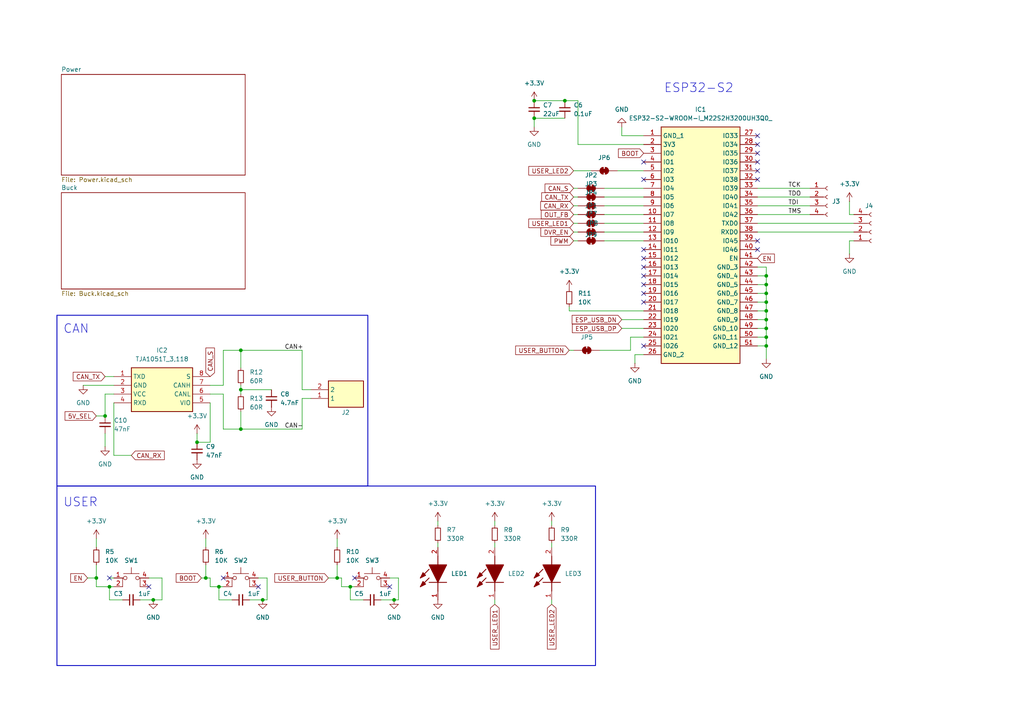
<source format=kicad_sch>
(kicad_sch (version 20250114) (generator "eeschema") (generator_version "9.0")
  (paper "A4")
  (lib_symbols
    (symbol "Connector:Conn_01x04_Socket" (pin_names (offset 1.016) (hide yes))
      (property "Reference" "J" (at 0 5.08 0))
      (property "Value" "Conn_01x04_Socket" (at 0 -7.62 0))
      (symbol "Conn_01x04_Socket_1_1"
        (polyline (pts (xy -1.27 2.54) (xy -0.508 2.54)) (stroke (width 0.1524)))
        (polyline (pts (xy -1.27 0) (xy -0.508 0)) (stroke (width 0.1524)))
        (polyline (pts (xy -1.27 -2.54) (xy -0.508 -2.54)) (stroke (width 0.1524)))
        (polyline (pts (xy -1.27 -5.08) (xy -0.508 -5.08)) (stroke (width 0.1524)))
        (arc (start 0 2.032) (mid -0.5058 2.54) (end 0 3.048) (stroke (width 0.1524)))
        (arc (start 0 -0.508) (mid -0.5058 0) (end 0 0.508) (stroke (width 0.1524)))
        (arc (start 0 -3.048) (mid -0.5058 -2.54) (end 0 -2.032) (stroke (width 0.1524)))
        (arc (start 0 -5.588) (mid -0.5058 -5.08) (end 0 -4.572) (stroke (width 0.1524)))
        (pin passive line (at -5.08 2.54 0) (length 3.81) (name "Pin_1") (number "1"))
        (pin passive line (at -5.08 0 0) (length 3.81) (name "Pin_2") (number "2"))
        (pin passive line (at -5.08 -2.54 0) (length 3.81) (name "Pin_3") (number "3"))
        (pin passive line (at -5.08 -5.08 0) (length 3.81) (name "Pin_4") (number "4"))
      )
    )
    (symbol "Device:C_Small" (pin_numbers (hide yes)) (pin_names (offset 0.254) (hide yes))
      (property "Reference" "C" (at 0.254 1.778 0))
      (property "Value" "C_Small" (at 0.254 -2.032 0))
      (symbol "C_Small_0_1"
        (polyline (pts (xy -1.524 0.508) (xy 1.524 0.508)) (stroke (width 0.3048)))
        (polyline (pts (xy -1.524 -0.508) (xy 1.524 -0.508)) (stroke (width 0.3302)))
      )
      (symbol "C_Small_1_1"
        (pin passive line (at 0 2.54 270) (length 2.032) (name "~") (number "1"))
        (pin passive line (at 0 -2.54 90) (length 2.032) (name "~") (number "2"))
      )
    )
    (symbol "Device:R_Small" (pin_numbers (hide yes)) (pin_names (offset 0.254) (hide yes))
      (property "Reference" "R" (at 0.762 0.508 0))
      (property "Value" "R_Small" (at 0.762 -1.016 0))
      (symbol "R_Small_0_1"
        (rectangle (start -0.762 1.778) (end 0.762 -1.778) (stroke (width 0.2032)))
      )
      (symbol "R_Small_1_1"
        (pin passive line (at 0 2.54 270) (length 0.762) (name "~") (number "1"))
        (pin passive line (at 0 -2.54 90) (length 0.762) (name "~") (number "2"))
      )
    )
    (symbol "Jumper:SolderJumper_2_Bridged" (pin_numbers (hide yes)) (pin_names (offset 0) (hide yes)) (exclude_from_sim yes) (in_bom no)
      (property "Reference" "JP" (at 0 2.032 0))
      (property "Value" "SolderJumper_2_Bridged" (at 0 -2.54 0))
      (symbol "SolderJumper_2_Bridged_0_1"
        (rectangle (start -0.508 0.508) (end 0.508 -0.508) (fill (type outline)))
        (polyline (pts (xy -0.254 1.016) (xy -0.254 -1.016)))
        (arc (start -0.254 -1.016) (mid -1.2656 0) (end -0.254 1.016))
        (arc (start -0.254 -1.016) (mid -1.2656 0) (end -0.254 1.016) (fill (type outline)))
        (arc (start 0.254 1.016) (mid 1.2656 0) (end 0.254 -1.016))
        (arc (start 0.254 1.016) (mid 1.2656 0) (end 0.254 -1.016) (fill (type outline)))
        (polyline (pts (xy 0.254 1.016) (xy 0.254 -1.016)))
      )
      (symbol "SolderJumper_2_Bridged_1_1"
        (pin passive line (at -3.81 0 0) (length 2.54) (name "A") (number "1"))
        (pin passive line (at 3.81 0 180) (length 2.54) (name "B") (number "2"))
      )
    )
    (symbol "SamacSys_Parts:ESP32-S2-WROOM-I_M22S2H3200UH3Q0_"
      (property "Reference" "IC" (at 29.21 7.62 0))
      (property "Value" "ESP32-S2-WROOM-I_M22S2H3200UH3Q0_" (at 29.21 5.08 0))
      (symbol "ESP32-S2-WROOM-I_M22S2H3200UH3Q0__1_1"
        (rectangle (start 5.08 2.54) (end 27.94 -66.04) (stroke (width 0.254)) (fill (type background)))
        (pin passive line (at 0 0 0) (length 5.08) (name "GND_1") (number "1"))
        (pin passive line (at 0 -2.54 0) (length 5.08) (name "3V3") (number "2"))
        (pin passive line (at 0 -5.08 0) (length 5.08) (name "IO0") (number "3"))
        (pin passive line (at 0 -7.62 0) (length 5.08) (name "IO1") (number "4"))
        (pin passive line (at 0 -10.16 0) (length 5.08) (name "IO2") (number "5"))
        (pin passive line (at 0 -12.7 0) (length 5.08) (name "IO3") (number "6"))
        (pin passive line (at 0 -15.24 0) (length 5.08) (name "IO4") (number "7"))
        (pin passive line (at 0 -17.78 0) (length 5.08) (name "IO5") (number "8"))
        (pin passive line (at 0 -20.32 0) (length 5.08) (name "IO6") (number "9"))
        (pin passive line (at 0 -22.86 0) (length 5.08) (name "IO7") (number "10"))
        (pin passive line (at 0 -25.4 0) (length 5.08) (name "IO8") (number "11"))
        (pin passive line (at 0 -27.94 0) (length 5.08) (name "IO9") (number "12"))
        (pin passive line (at 0 -30.48 0) (length 5.08) (name "IO10") (number "13"))
        (pin passive line (at 0 -33.02 0) (length 5.08) (name "IO11") (number "14"))
        (pin passive line (at 0 -35.56 0) (length 5.08) (name "IO12") (number "15"))
        (pin passive line (at 0 -38.1 0) (length 5.08) (name "IO13") (number "16"))
        (pin passive line (at 0 -40.64 0) (length 5.08) (name "IO14") (number "17"))
        (pin passive line (at 0 -43.18 0) (length 5.08) (name "IO15") (number "18"))
        (pin passive line (at 0 -45.72 0) (length 5.08) (name "IO16") (number "19"))
        (pin passive line (at 0 -48.26 0) (length 5.08) (name "IO17") (number "20"))
        (pin passive line (at 0 -50.8 0) (length 5.08) (name "IO18") (number "21"))
        (pin passive line (at 0 -53.34 0) (length 5.08) (name "IO19") (number "22"))
        (pin passive line (at 0 -55.88 0) (length 5.08) (name "IO20") (number "23"))
        (pin passive line (at 0 -58.42 0) (length 5.08) (name "IO21") (number "24"))
        (pin passive line (at 0 -60.96 0) (length 5.08) (name "IO26") (number "25"))
        (pin passive line (at 0 -63.5 0) (length 5.08) (name "GND_2") (number "26"))
        (pin passive line (at 33.02 0 180) (length 5.08) (name "IO33") (number "27"))
        (pin passive line (at 33.02 -2.54 180) (length 5.08) (name "IO34") (number "28"))
        (pin passive line (at 33.02 -5.08 180) (length 5.08) (name "IO35") (number "29"))
        (pin passive line (at 33.02 -7.62 180) (length 5.08) (name "IO36") (number "30"))
        (pin passive line (at 33.02 -10.16 180) (length 5.08) (name "IO37") (number "31"))
        (pin passive line (at 33.02 -12.7 180) (length 5.08) (name "IO38") (number "32"))
        (pin passive line (at 33.02 -15.24 180) (length 5.08) (name "IO39") (number "33"))
        (pin passive line (at 33.02 -17.78 180) (length 5.08) (name "IO40") (number "34"))
        (pin passive line (at 33.02 -20.32 180) (length 5.08) (name "IO41") (number "35"))
        (pin passive line (at 33.02 -22.86 180) (length 5.08) (name "IO42") (number "36"))
        (pin passive line (at 33.02 -25.4 180) (length 5.08) (name "TXD0") (number "37"))
        (pin passive line (at 33.02 -27.94 180) (length 5.08) (name "RXD0") (number "38"))
        (pin passive line (at 33.02 -30.48 180) (length 5.08) (name "IO45") (number "39"))
        (pin passive line (at 33.02 -33.02 180) (length 5.08) (name "IO46") (number "40"))
        (pin passive line (at 33.02 -35.56 180) (length 5.08) (name "EN") (number "41"))
        (pin passive line (at 33.02 -38.1 180) (length 5.08) (name "GND_3") (number "42"))
        (pin passive line (at 33.02 -40.64 180) (length 5.08) (name "GND_4") (number "43"))
        (pin passive line (at 33.02 -43.18 180) (length 5.08) (name "GND_5") (number "44"))
        (pin passive line (at 33.02 -45.72 180) (length 5.08) (name "GND_6") (number "45"))
        (pin passive line (at 33.02 -48.26 180) (length 5.08) (name "GND_7") (number "46"))
        (pin passive line (at 33.02 -50.8 180) (length 5.08) (name "GND_8") (number "47"))
        (pin passive line (at 33.02 -53.34 180) (length 5.08) (name "GND_9") (number "48"))
        (pin passive line (at 33.02 -55.88 180) (length 5.08) (name "GND_10") (number "49"))
        (pin passive line (at 33.02 -58.42 180) (length 5.08) (name "GND_11") (number "50"))
        (pin passive line (at 33.02 -60.96 180) (length 5.08) (name "GND_12") (number "51"))
      )
    )
    (symbol "SamacSys_Parts:LTST-C170KFKT" (pin_names (hide yes))
      (property "Reference" "LED" (at 12.7 8.89 0))
      (property "Value" "LTST-C170KFKT" (at 12.7 6.35 0))
      (symbol "LTST-C170KFKT_1_1"
        (polyline (pts (xy 2.54 0) (xy 5.08 0)) (stroke (width 0.254)))
        (polyline (pts (xy 5.08 2.54) (xy 5.08 -2.54)) (stroke (width 0.254)))
        (polyline (pts (xy 5.08 0) (xy 10.16 2.54) (xy 10.16 -2.54) (xy 5.08 0)) (stroke (width 0.254)) (fill (type outline)))
        (polyline (pts (xy 5.334 4.318) (xy 4.572 3.556) (xy 3.81 5.08) (xy 5.334 4.318)) (stroke (width 0.254)) (fill (type outline)))
        (polyline (pts (xy 6.35 2.54) (xy 3.81 5.08)) (stroke (width 0.254)))
        (polyline (pts (xy 7.874 4.318) (xy 7.112 3.556) (xy 6.35 5.08) (xy 7.874 4.318)) (stroke (width 0.254)) (fill (type outline)))
        (polyline (pts (xy 8.89 2.54) (xy 6.35 5.08)) (stroke (width 0.254)))
        (polyline (pts (xy 10.16 0) (xy 12.7 0)) (stroke (width 0.254)))
        (pin passive line (at 0 0 0) (length 2.54) (name "K") (number "1"))
        (pin passive line (at 15.24 0 180) (length 2.54) (name "A") (number "2"))
      )
    )
    (symbol "SamacSys_Parts:LTST-C171KRKT" (pin_names (hide yes))
      (property "Reference" "LED" (at 12.7 8.89 0))
      (property "Value" "LTST-C171KRKT" (at 12.7 6.35 0))
      (symbol "LTST-C171KRKT_1_1"
        (polyline (pts (xy 2.54 0) (xy 5.08 0)) (stroke (width 0.254)))
        (polyline (pts (xy 5.08 2.54) (xy 5.08 -2.54)) (stroke (width 0.254)))
        (polyline (pts (xy 5.08 0) (xy 10.16 2.54) (xy 10.16 -2.54) (xy 5.08 0)) (stroke (width 0.254)) (fill (type outline)))
        (polyline (pts (xy 5.334 4.318) (xy 4.572 3.556) (xy 3.81 5.08) (xy 5.334 4.318)) (stroke (width 0.254)) (fill (type outline)))
        (polyline (pts (xy 6.35 2.54) (xy 3.81 5.08)) (stroke (width 0.254)))
        (polyline (pts (xy 7.874 4.318) (xy 7.112 3.556) (xy 6.35 5.08) (xy 7.874 4.318)) (stroke (width 0.254)) (fill (type outline)))
        (polyline (pts (xy 8.89 2.54) (xy 6.35 5.08)) (stroke (width 0.254)))
        (polyline (pts (xy 10.16 0) (xy 12.7 0)) (stroke (width 0.254)))
        (pin passive line (at 0 0 0) (length 2.54) (name "K") (number "1"))
        (pin passive line (at 15.24 0 180) (length 2.54) (name "A") (number "2"))
      )
    )
    (symbol "SamacSys_Parts:TJA1051T_3,118"
      (property "Reference" "IC" (at 24.13 7.62 0))
      (property "Value" "TJA1051T_3,118" (at 24.13 5.08 0))
      (symbol "TJA1051T_3,118_1_1"
        (rectangle (start 5.08 2.54) (end 22.86 -10.16) (stroke (width 0.254)) (fill (type background)))
        (pin passive line (at 0 0 0) (length 5.08) (name "TXD") (number "1"))
        (pin passive line (at 0 -2.54 0) (length 5.08) (name "GND") (number "2"))
        (pin passive line (at 0 -5.08 0) (length 5.08) (name "VCC") (number "3"))
        (pin passive line (at 0 -7.62 0) (length 5.08) (name "RXD") (number "4"))
        (pin passive line (at 27.94 0 180) (length 5.08) (name "S") (number "8"))
        (pin passive line (at 27.94 -2.54 180) (length 5.08) (name "CANH") (number "7"))
        (pin passive line (at 27.94 -5.08 180) (length 5.08) (name "CANL") (number "6"))
        (pin passive line (at 27.94 -7.62 180) (length 5.08) (name "VIO") (number "5"))
      )
    )
    (symbol "SamacSys_Parts:XY301V-2P__5.00_"
      (property "Reference" "J" (at 16.51 7.62 0))
      (property "Value" "XY301V-2P__5.00_" (at 16.51 5.08 0))
      (symbol "XY301V-2P__5.00__1_1"
        (rectangle (start 5.08 2.54) (end 15.24 -5.08) (stroke (width 0.254)) (fill (type background)))
        (pin passive line (at 0 0 0) (length 5.08) (name "1") (number "1"))
        (pin passive line (at 0 -2.54 0) (length 5.08) (name "2") (number "2"))
      )
    )
    (symbol "Switch:SW_MEC_5E" (pin_names (offset 1.016) (hide yes))
      (property "Reference" "SW" (at 0.635 5.715 0))
      (property "Value" "SW_MEC_5E" (at 0 -3.175 0))
      (symbol "SW_MEC_5E_0_1"
        (polyline (pts (xy -2.54 0) (xy -2.54 2.54) (xy -2.286 2.54)))
        (polyline (pts (xy -2.286 3.81) (xy 2.286 3.81)))
        (circle (center -1.778 2.54) (radius 0.508))
        (polyline (pts (xy 0 3.81) (xy 0 5.588)))
        (circle (center 1.778 2.54) (radius 0.508))
        (polyline (pts (xy 2.54 0) (xy 2.54 2.54) (xy 2.286 2.54)))
        (pin passive line (at -5.08 2.54 0) (length 2.54) (name "1") (number "1"))
        (pin passive line (at -5.08 0 0) (length 2.54) (name "2") (number "2"))
        (pin passive line (at 5.08 2.54 180) (length 2.54) (name "A") (number "4"))
        (pin passive line (at 5.08 0 180) (length 2.54) (name "K") (number "3"))
      )
    )
    (symbol "power:+3.3V" (power) (pin_numbers (hide yes)) (pin_names (offset 0) (hide yes))
      (property "Value" "+3.3V" (at 0 3.556 0))
      (symbol "+3.3V_0_1"
        (polyline (pts (xy -0.762 1.27) (xy 0 2.54)))
        (polyline (pts (xy 0 2.54) (xy 0.762 1.27)))
        (polyline (pts (xy 0 0) (xy 0 2.54)))
      )
      (symbol "+3.3V_1_1"
        (pin power_in line (at 0 0 90) (length 0) (name "~") (number "1"))
      )
    )
    (symbol "power:GND" (power) (pin_numbers (hide yes)) (pin_names (offset 0) (hide yes))
      (property "Value" "GND" (at 0 -3.81 0))
      (symbol "GND_0_1"
        (polyline (pts (xy 0 0) (xy 0 -1.27) (xy 1.27 -1.27) (xy 0 -2.54) (xy -1.27 -1.27) (xy 0 -1.27)))
      )
      (symbol "GND_1_1"
        (pin power_in line (at 0 0 270) (length 0) (name "~") (number "1"))
      )
    )
  )
  (rectangle (start 16.51 140.97) (end 172.72 193.04) (stroke (width 0.254)))
  (rectangle (start 16.51 91.44) (end 106.68 140.97) (stroke (width 0.254)))
  (text "ESP32-S2" (at 202.692 25.654 0) (effects (font (size 2.54 2.54))))
  (text "CAN" (at 22.098 95.504 0) (effects (font (size 2.54 2.54))))
  (text "USER" (at 23.368 145.796 0) (effects (font (size 2.54 2.54))))
  (junction (at 154.94 29.21))
  (junction (at 69.85 101.6))
  (junction (at 222.25 87.63))
  (junction (at 44.45 173.99))
  (junction (at 57.15 128.27))
  (junction (at 114.3 173.99))
  (junction (at 222.25 95.25))
  (junction (at 30.48 120.65))
  (junction (at 97.79 167.64))
  (junction (at 154.94 34.29))
  (junction (at 76.2 173.99))
  (junction (at 69.85 124.46))
  (junction (at 222.25 80.01))
  (junction (at 222.25 92.71))
  (junction (at 69.85 113.03))
  (junction (at 31.75 170.18))
  (junction (at 59.69 167.64))
  (junction (at 222.25 85.09))
  (junction (at 222.25 82.55))
  (junction (at 222.25 90.17))
  (junction (at 101.6 170.18))
  (junction (at 63.5 170.18))
  (junction (at 27.94 167.64))
  (junction (at 222.25 97.79))
  (junction (at 222.25 100.33))
  (junction (at 163.83 29.21))
  (no_connect (at 186.69 72.39))
  (no_connect (at 186.69 77.47))
  (no_connect (at 186.69 74.93))
  (no_connect (at 219.71 69.85))
  (no_connect (at 186.69 100.33))
  (no_connect (at 186.69 85.09))
  (no_connect (at 43.18 170.18))
  (no_connect (at 102.87 167.64))
  (no_connect (at 64.77 167.64))
  (no_connect (at 186.69 87.63))
  (no_connect (at 219.71 41.91))
  (no_connect (at 219.71 46.99))
  (no_connect (at 186.69 82.55))
  (no_connect (at 219.71 39.37))
  (no_connect (at 219.71 49.53))
  (no_connect (at 31.75 167.64))
  (no_connect (at 219.71 72.39))
  (no_connect (at 219.71 44.45))
  (no_connect (at 186.69 52.07))
  (no_connect (at 74.93 170.18))
  (no_connect (at 186.69 46.99))
  (no_connect (at 219.71 52.07))
  (no_connect (at 186.69 80.01))
  (no_connect (at 113.03 170.18))
  (wire (pts (xy 27.94 120.65) (xy 30.48 120.65)))
  (wire (pts (xy 97.79 163.83) (xy 97.79 167.64)))
  (wire (pts (xy 60.96 128.27) (xy 60.96 116.84)))
  (wire (pts (xy 57.15 125.73) (xy 57.15 128.27)))
  (wire (pts (xy 77.47 173.99) (xy 76.2 173.99)))
  (wire (pts (xy 63.5 170.18) (xy 63.5 173.99)))
  (wire (pts (xy 31.75 170.18) (xy 33.02 170.18)))
  (wire (pts (xy 184.15 102.87) (xy 184.15 105.41)))
  (wire (pts (xy 222.25 77.47) (xy 222.25 80.01)))
  (wire (pts (xy 222.25 92.71) (xy 222.25 95.25)))
  (wire (pts (xy 166.37 64.77) (xy 167.64 64.77)))
  (wire (pts (xy 246.38 69.85) (xy 246.38 73.66)))
  (wire (pts (xy 180.34 39.37) (xy 186.69 39.37)))
  (wire (pts (xy 69.85 124.46) (xy 87.63 124.46)))
  (wire (pts (xy 69.85 111.76) (xy 69.85 113.03)))
  (wire (pts (xy 166.37 62.23) (xy 167.64 62.23)))
  (wire (pts (xy 110.49 173.99) (xy 114.3 173.99)))
  (wire (pts (xy 175.26 57.15) (xy 186.69 57.15)))
  (wire (pts (xy 219.71 54.61) (xy 234.95 54.61)))
  (wire (pts (xy 30.48 109.22) (xy 33.02 109.22)))
  (wire (pts (xy 127 152.4) (xy 127 151.13)))
  (wire (pts (xy 166.37 54.61) (xy 167.64 54.61)))
  (wire (pts (xy 219.71 67.31) (xy 247.65 67.31)))
  (wire (pts (xy 160.02 151.13) (xy 160.02 152.4)))
  (wire (pts (xy 69.85 113.03) (xy 78.74 113.03)))
  (wire (pts (xy 175.26 59.69) (xy 186.69 59.69)))
  (wire (pts (xy 143.51 157.48) (xy 143.51 158.75)))
  (wire (pts (xy 60.96 114.3) (xy 64.77 114.3)))
  (wire (pts (xy 25.4 167.64) (xy 27.94 167.64)))
  (wire (pts (xy 165.1 88.9) (xy 165.1 90.17)))
  (wire (pts (xy 219.71 97.79) (xy 222.25 97.79)))
  (wire (pts (xy 167.64 41.91) (xy 186.69 41.91)))
  (wire (pts (xy 222.25 87.63) (xy 222.25 90.17)))
  (wire (pts (xy 160.02 157.48) (xy 160.02 158.75)))
  (wire (pts (xy 175.26 69.85) (xy 186.69 69.85)))
  (wire (pts (xy 160.02 173.99) (xy 160.02 175.26)))
  (wire (pts (xy 182.88 97.79) (xy 186.69 97.79)))
  (wire (pts (xy 166.37 57.15) (xy 167.64 57.15)))
  (wire (pts (xy 69.85 101.6) (xy 87.63 101.6)))
  (wire (pts (xy 143.51 173.99) (xy 143.51 175.26)))
  (wire (pts (xy 97.79 156.21) (xy 97.79 158.75)))
  (wire (pts (xy 175.26 54.61) (xy 186.69 54.61)))
  (wire (pts (xy 186.69 102.87) (xy 184.15 102.87)))
  (wire (pts (xy 154.94 29.21) (xy 163.83 29.21)))
  (wire (pts (xy 222.25 97.79) (xy 222.25 100.33)))
  (wire (pts (xy 77.47 167.64) (xy 77.47 173.99)))
  (wire (pts (xy 246.38 69.85) (xy 247.65 69.85)))
  (wire (pts (xy 154.94 34.29) (xy 154.94 36.83)))
  (wire (pts (xy 87.63 101.6) (xy 87.63 113.03)))
  (wire (pts (xy 95.25 167.64) (xy 97.79 167.64)))
  (wire (pts (xy 219.71 85.09) (xy 222.25 85.09)))
  (wire (pts (xy 175.26 62.23) (xy 186.69 62.23)))
  (wire (pts (xy 30.48 120.65) (xy 30.48 114.3)))
  (wire (pts (xy 219.71 82.55) (xy 222.25 82.55)))
  (wire (pts (xy 63.5 173.99) (xy 67.31 173.99)))
  (wire (pts (xy 99.06 167.64) (xy 99.06 170.18)))
  (wire (pts (xy 167.64 29.21) (xy 167.64 41.91)))
  (wire (pts (xy 64.77 114.3) (xy 64.77 124.46)))
  (wire (pts (xy 113.03 167.64) (xy 115.57 167.64)))
  (wire (pts (xy 60.96 167.64) (xy 60.96 170.18)))
  (wire (pts (xy 63.5 170.18) (xy 64.77 170.18)))
  (wire (pts (xy 165.1 101.6) (xy 166.37 101.6)))
  (wire (pts (xy 59.69 163.83) (xy 59.69 167.64)))
  (wire (pts (xy 219.71 87.63) (xy 222.25 87.63)))
  (wire (pts (xy 101.6 170.18) (xy 102.87 170.18)))
  (wire (pts (xy 115.57 167.64) (xy 115.57 173.99)))
  (wire (pts (xy 77.47 167.64) (xy 74.93 167.64)))
  (wire (pts (xy 219.71 57.15) (xy 234.95 57.15)))
  (wire (pts (xy 219.71 62.23) (xy 234.95 62.23)))
  (wire (pts (xy 60.96 170.18) (xy 63.5 170.18)))
  (wire (pts (xy 97.79 167.64) (xy 99.06 167.64)))
  (wire (pts (xy 222.25 100.33) (xy 219.71 100.33)))
  (wire (pts (xy 219.71 95.25) (xy 222.25 95.25)))
  (wire (pts (xy 180.34 95.25) (xy 186.69 95.25)))
  (wire (pts (xy 246.38 62.23) (xy 247.65 62.23)))
  (wire (pts (xy 99.06 170.18) (xy 101.6 170.18)))
  (wire (pts (xy 180.34 36.83) (xy 180.34 39.37)))
  (wire (pts (xy 59.69 156.21) (xy 59.69 158.75)))
  (wire (pts (xy 60.96 111.76) (xy 64.77 111.76)))
  (wire (pts (xy 143.51 151.13) (xy 143.51 152.4)))
  (wire (pts (xy 166.37 49.53) (xy 171.45 49.53)))
  (wire (pts (xy 59.69 167.64) (xy 60.96 167.64)))
  (wire (pts (xy 222.25 100.33) (xy 222.25 104.14)))
  (wire (pts (xy 101.6 170.18) (xy 101.6 173.99)))
  (wire (pts (xy 87.63 115.57) (xy 87.63 124.46)))
  (wire (pts (xy 69.85 113.03) (xy 69.85 114.3)))
  (wire (pts (xy 33.02 132.08) (xy 33.02 116.84)))
  (wire (pts (xy 166.37 69.85) (xy 167.64 69.85)))
  (wire (pts (xy 27.94 170.18) (xy 31.75 170.18)))
  (wire (pts (xy 31.75 167.64) (xy 33.02 167.64)))
  (wire (pts (xy 163.83 29.21) (xy 167.64 29.21)))
  (wire (pts (xy 219.71 64.77) (xy 247.65 64.77)))
  (wire (pts (xy 115.57 173.99) (xy 114.3 173.99)))
  (wire (pts (xy 219.71 80.01) (xy 222.25 80.01)))
  (wire (pts (xy 101.6 173.99) (xy 105.41 173.99)))
  (wire (pts (xy 24.13 111.76) (xy 33.02 111.76)))
  (wire (pts (xy 27.94 156.21) (xy 27.94 158.75)))
  (wire (pts (xy 64.77 111.76) (xy 64.77 101.6)))
  (wire (pts (xy 219.71 59.69) (xy 234.95 59.69)))
  (wire (pts (xy 40.64 173.99) (xy 44.45 173.99)))
  (wire (pts (xy 154.94 34.29) (xy 163.83 34.29)))
  (wire (pts (xy 46.99 167.64) (xy 46.99 173.99)))
  (wire (pts (xy 64.77 101.6) (xy 69.85 101.6)))
  (wire (pts (xy 69.85 124.46) (xy 69.85 119.38)))
  (wire (pts (xy 222.25 90.17) (xy 222.25 92.71)))
  (wire (pts (xy 64.77 124.46) (xy 69.85 124.46)))
  (wire (pts (xy 219.71 90.17) (xy 222.25 90.17)))
  (wire (pts (xy 127 157.48) (xy 127 158.75)))
  (wire (pts (xy 246.38 58.42) (xy 246.38 62.23)))
  (wire (pts (xy 166.37 67.31) (xy 167.64 67.31)))
  (wire (pts (xy 182.88 101.6) (xy 182.88 97.79)))
  (wire (pts (xy 27.94 163.83) (xy 27.94 167.64)))
  (wire (pts (xy 38.1 132.08) (xy 33.02 132.08)))
  (wire (pts (xy 222.25 82.55) (xy 222.25 85.09)))
  (wire (pts (xy 46.99 173.99) (xy 44.45 173.99)))
  (wire (pts (xy 58.42 167.64) (xy 59.69 167.64)))
  (wire (pts (xy 222.25 85.09) (xy 222.25 87.63)))
  (wire (pts (xy 222.25 95.25) (xy 222.25 97.79)))
  (wire (pts (xy 175.26 67.31) (xy 186.69 67.31)))
  (wire (pts (xy 222.25 80.01) (xy 222.25 82.55)))
  (wire (pts (xy 69.85 101.6) (xy 69.85 106.68)))
  (wire (pts (xy 57.15 128.27) (xy 60.96 128.27)))
  (wire (pts (xy 72.39 173.99) (xy 76.2 173.99)))
  (wire (pts (xy 43.18 167.64) (xy 46.99 167.64)))
  (wire (pts (xy 87.63 113.03) (xy 90.17 113.03)))
  (wire (pts (xy 166.37 59.69) (xy 167.64 59.69)))
  (wire (pts (xy 31.75 173.99) (xy 35.56 173.99)))
  (wire (pts (xy 219.71 92.71) (xy 222.25 92.71)))
  (wire (pts (xy 175.26 64.77) (xy 186.69 64.77)))
  (wire (pts (xy 27.94 170.18) (xy 27.94 167.64)))
  (wire (pts (xy 173.99 101.6) (xy 182.88 101.6)))
  (wire (pts (xy 90.17 115.57) (xy 87.63 115.57)))
  (wire (pts (xy 219.71 77.47) (xy 222.25 77.47)))
  (wire (pts (xy 31.75 170.18) (xy 31.75 173.99)))
  (wire (pts (xy 30.48 125.73) (xy 30.48 129.54)))
  (wire (pts (xy 179.07 49.53) (xy 186.69 49.53)))
  (wire (pts (xy 165.1 90.17) (xy 186.69 90.17)))
  (wire (pts (xy 30.48 114.3) (xy 33.02 114.3)))
  (wire (pts (xy 180.34 92.71) (xy 186.69 92.71)))
  (label "CAN+" (at 82.55 101.6 0))
  (label "TDO" (at 228.6 57.15 0))
  (label "TCK" (at 228.6 54.61 0))
  (label "TMS" (at 228.6 62.23 0))
  (label "CAN-" (at 82.55 124.46 0))
  (label "TDI" (at 228.6 59.69 0))
  (global_label "CAN_RX" (shape input) (at 38.1 132.08 0) (property "Intersheetrefs" "${INTERSHEET_REFS}" (effects (hide yes))))
  (global_label "CAN_TX" (shape input) (at 166.37 57.15 180) (property "Intersheetrefs" "${INTERSHEET_REFS}" (effects (hide yes))))
  (global_label "ESP_USB_DP" (shape input) (at 180.34 95.25 180) (property "Intersheetrefs" "${INTERSHEET_REFS}" (effects (hide yes))))
  (global_label "BOOT" (shape input) (at 186.69 44.45 180) (property "Intersheetrefs" "${INTERSHEET_REFS}" (effects (hide yes))))
  (global_label "CAN_S" (shape input) (at 60.96 109.22 90) (property "Intersheetrefs" "${INTERSHEET_REFS}" (effects (hide yes))))
  (global_label "OUT_FB" (shape input) (at 166.37 62.23 180) (property "Intersheetrefs" "${INTERSHEET_REFS}" (effects (hide yes))))
  (global_label "BOOT" (shape input) (at 58.42 167.64 180) (property "Intersheetrefs" "${INTERSHEET_REFS}" (effects (hide yes))))
  (global_label "ESP_USB_DN" (shape input) (at 180.34 92.71 180) (property "Intersheetrefs" "${INTERSHEET_REFS}" (effects (hide yes))))
  (global_label "DVR_EN" (shape input) (at 166.37 67.31 180) (property "Intersheetrefs" "${INTERSHEET_REFS}" (effects (hide yes))))
  (global_label "USER_LED2" (shape input) (at 160.02 175.26 270) (property "Intersheetrefs" "${INTERSHEET_REFS}" (effects (hide yes))))
  (global_label "PWM" (shape input) (at 166.37 69.85 180) (property "Intersheetrefs" "${INTERSHEET_REFS}" (effects (hide yes))))
  (global_label "EN" (shape input) (at 25.4 167.64 180) (property "Intersheetrefs" "${INTERSHEET_REFS}" (effects (hide yes))))
  (global_label "5V_SEL" (shape input) (at 27.94 120.65 180) (property "Intersheetrefs" "${INTERSHEET_REFS}" (effects (hide yes))))
  (global_label "USER_LED2" (shape input) (at 166.37 49.53 180) (property "Intersheetrefs" "${INTERSHEET_REFS}" (effects (hide yes))))
  (global_label "CAN_TX" (shape input) (at 30.48 109.22 180) (property "Intersheetrefs" "${INTERSHEET_REFS}" (effects (hide yes))))
  (global_label "USER_LED1" (shape input) (at 166.37 64.77 180) (property "Intersheetrefs" "${INTERSHEET_REFS}" (effects (hide yes))))
  (global_label "USER_BUTTON" (shape input) (at 165.1 101.6 180) (property "Intersheetrefs" "${INTERSHEET_REFS}" (effects (hide yes))))
  (global_label "USER_BUTTON" (shape input) (at 95.25 167.64 180) (property "Intersheetrefs" "${INTERSHEET_REFS}" (effects (hide yes))))
  (global_label "EN" (shape input) (at 219.71 74.93 0) (property "Intersheetrefs" "${INTERSHEET_REFS}" (effects (hide yes))))
  (global_label "CAN_S" (shape input) (at 166.37 54.61 180) (property "Intersheetrefs" "${INTERSHEET_REFS}" (effects (hide yes))))
  (global_label "USER_LED1" (shape input) (at 143.51 175.26 270) (property "Intersheetrefs" "${INTERSHEET_REFS}" (effects (hide yes))))
  (global_label "CAN_RX" (shape input) (at 166.37 59.69 180) (property "Intersheetrefs" "${INTERSHEET_REFS}" (effects (hide yes))))
  (symbol (lib_id "Jumper:SolderJumper_2_Bridged") (at 171.45 59.69 0) (unit 1) (exclude_from_sim yes) (in_bom no)
    (property "Reference" "JP4" (at 171.45 55.88 0))
    (property "Value" "SolderJumper_2_Bridged" (effects (hide yes)))
    (property "Footprint" "Jumper:SolderJumper-2_P1.3mm_Bridged_RoundedPad1.0x1.5mm" (effects (hide yes)))
    (property "Description" "Solder Jumper, 2-pole, closed/bridged" (effects (hide yes)))
  )
  (symbol (lib_id "power:+3.3V") (at 127 151.13 0) (unit 1)
    (property "Reference" "#PWR017" (effects (hide yes)))
    (property "Value" "+3.3V" (at 127 146.05 0))
    (property "Description" "Power symbol creates a global label with name \"+3.3V\"" (effects (hide yes)))
  )
  (symbol (lib_id "Device:C_Small") (at 163.83 31.75 0) (unit 1)
    (property "Reference" "C6" (at 166.37 30.4862 0) (effects (justify left)))
    (property "Value" "0.1uF" (at 166.37 33.0262 0) (effects (justify left)))
    (property "Footprint" "Capacitor_SMD:C_0805_2012Metric_Pad1.18x1.45mm_HandSolder" (effects (hide yes)))
    (property "Description" "Unpolarized capacitor, small symbol" (effects (hide yes)))
  )
  (symbol (lib_id "Connector:Conn_01x04_Socket") (at 240.03 57.15 0) (unit 1)
    (property "Reference" "J3" (at 241.3 58.4199 0) (effects (justify left)))
    (property "Value" "Conn_01x04_Socket" (effects (hide yes)))
    (property "Footprint" "Connector_PinHeader_2.54mm:PinHeader_1x04_P2.54mm_Vertical" (effects (hide yes)))
    (property "Description" "Generic connector, single row, 01x04, script generated" (effects (hide yes)))
  )
  (symbol (lib_id "Device:R_Small") (at 69.85 116.84 0) (unit 1)
    (property "Reference" "R13" (at 72.39 115.5699 0) (effects (justify left)))
    (property "Value" "60R" (at 72.39 118.1099 0) (effects (justify left)))
    (property "Footprint" "Resistor_SMD:R_0805_2012Metric_Pad1.20x1.40mm_HandSolder" (effects (hide yes)))
    (property "Description" "Resistor, small symbol" (effects (hide yes)))
  )
  (symbol (lib_id "SamacSys_Parts:XY301V-2P__5.00_") (at 90.17 115.57 0) (mirror x) (unit 1)
    (property "Reference" "J2" (at 99.06 119.634 0) (effects (justify left)))
    (property "Value" "XY301V-2P__5.00_" (effects (hide yes)))
    (property "Footprint" "XY301V2P500" (effects (hide yes)))
    (property "Datasheet" "https://www.micros.com.pl/mediaserver/info-z%20tl201v-3plc.pdf" (effects (hide yes)))
    (property "Description" "PCB terminal block; angled 90; 5mm; ways: 2; on PCBs; 1.5mm2; 16A" (effects (hide yes)))
    (property "Height" "10.2" (effects (hide yes)))
    (property "Manufacturer_Name" "Xinya" (effects (hide yes)))
    (property "Manufacturer_Part_Number" "XY301V-2P (5.00)" (effects (hide yes)))
  )
  (symbol (lib_id "Jumper:SolderJumper_2_Bridged") (at 171.45 67.31 0) (unit 1) (exclude_from_sim yes) (in_bom no)
    (property "Reference" "JP8" (at 171.704 64.77 0))
    (property "Value" "SolderJumper_2_Bridged" (effects (hide yes)))
    (property "Footprint" "Jumper:SolderJumper-2_P1.3mm_Bridged_RoundedPad1.0x1.5mm" (effects (hide yes)))
    (property "Description" "Solder Jumper, 2-pole, closed/bridged" (effects (hide yes)))
  )
  (symbol (lib_id "power:+3.3V") (at 246.38 58.42 0) (unit 1)
    (property "Reference" "#PWR026" (effects (hide yes)))
    (property "Value" "+3.3V" (at 246.38 53.34 0))
    (property "Description" "Power symbol creates a global label with name \"+3.3V\"" (effects (hide yes)))
  )
  (symbol (lib_id "power:GND") (at 114.3 173.99 0) (unit 1)
    (property "Reference" "#PWR022" (effects (hide yes)))
    (property "Value" "GND" (at 114.3 179.07 0))
    (property "Description" "Power symbol creates a global label with name \"GND\" , ground" (effects (hide yes)))
  )
  (symbol (lib_id "Device:C_Small") (at 69.85 173.99 90) (unit 1)
    (property "Reference" "C4" (at 66.04 172.212 90))
    (property "Value" "1uF" (at 73.66 172.212 90))
    (property "Footprint" "Capacitor_SMD:C_0805_2012Metric_Pad1.18x1.45mm_HandSolder" (effects (hide yes)))
    (property "Description" "Unpolarized capacitor, small symbol" (effects (hide yes)))
  )
  (symbol (lib_id "Device:R_Small") (at 27.94 161.29 0) (unit 1)
    (property "Reference" "R5" (at 30.48 160.0199 0) (effects (justify left)))
    (property "Value" "10K" (at 30.48 162.5599 0) (effects (justify left)))
    (property "Footprint" "Resistor_SMD:R_0805_2012Metric_Pad1.20x1.40mm_HandSolder" (effects (hide yes)))
    (property "Description" "Resistor, small symbol" (effects (hide yes)))
  )
  (symbol (lib_id "SamacSys_Parts:TJA1051T_3,118") (at 33.02 109.22 0) (unit 1)
    (property "Reference" "IC2" (at 46.99 101.6 0))
    (property "Value" "TJA1051T_3,118" (at 46.99 104.14 0))
    (property "Footprint" "SOIC127P600X175-8N" (effects (hide yes)))
    (property "Datasheet" "http://www.nxp.com/docs/en/data-sheet/TJA1051.pdf" (effects (hide yes)))
    (property "Description" "CAN Interface IC Hi Spd CAN Transcvr 4.5V-5.5V 250ns" (effects (hide yes)))
    (property "Height" "1.75" (effects (hide yes)))
    (property "Manufacturer_Name" "NXP" (effects (hide yes)))
    (property "Manufacturer_Part_Number" "TJA1051T/3,118" (effects (hide yes)))
  )
  (symbol (lib_id "Device:C_Small") (at 38.1 173.99 90) (unit 1)
    (property "Reference" "C3" (at 34.29 172.212 90))
    (property "Value" "1uF" (at 41.91 172.212 90))
    (property "Footprint" "Capacitor_SMD:C_0805_2012Metric_Pad1.18x1.45mm_HandSolder" (effects (hide yes)))
    (property "Description" "Unpolarized capacitor, small symbol" (effects (hide yes)))
  )
  (symbol (lib_id "Device:C_Small") (at 78.74 115.57 0) (unit 1)
    (property "Reference" "C8" (at 81.28 114.3062 0) (effects (justify left)))
    (property "Value" "4.7nF" (at 81.28 116.8462 0) (effects (justify left)))
    (property "Footprint" "Capacitor_SMD:C_0805_2012Metric_Pad1.18x1.45mm_HandSolder" (effects (hide yes)))
    (property "Description" "Unpolarized capacitor, small symbol" (effects (hide yes)))
  )
  (symbol (lib_id "Device:R_Small") (at 97.79 161.29 0) (unit 1)
    (property "Reference" "R10" (at 100.33 160.0199 0) (effects (justify left)))
    (property "Value" "10K" (at 100.33 162.5599 0) (effects (justify left)))
    (property "Footprint" "Resistor_SMD:R_0805_2012Metric_Pad1.20x1.40mm_HandSolder" (effects (hide yes)))
    (property "Description" "Resistor, small symbol" (effects (hide yes)))
  )
  (symbol (lib_id "power:GND") (at 180.34 36.83 180) (unit 1)
    (property "Reference" "#PWR016" (effects (hide yes)))
    (property "Value" "GND" (at 180.34 31.75 0))
    (property "Description" "Power symbol creates a global label with name \"GND\" , ground" (effects (hide yes)))
  )
  (symbol (lib_id "Jumper:SolderJumper_2_Bridged") (at 171.45 62.23 0) (unit 1) (exclude_from_sim yes) (in_bom no)
    (property "Reference" "JP1" (at 171.45 59.69 0))
    (property "Value" "SolderJumper_2_Bridged" (effects (hide yes)))
    (property "Footprint" "Jumper:SolderJumper-2_P1.3mm_Bridged_RoundedPad1.0x1.5mm" (effects (hide yes)))
    (property "Description" "Solder Jumper, 2-pole, closed/bridged" (effects (hide yes)))
  )
  (symbol (lib_id "Device:R_Small") (at 127 154.94 0) (unit 1)
    (property "Reference" "R7" (at 129.54 153.6699 0) (effects (justify left)))
    (property "Value" "330R" (at 129.54 156.2099 0) (effects (justify left)))
    (property "Footprint" "Resistor_SMD:R_0805_2012Metric_Pad1.20x1.40mm_HandSolder" (effects (hide yes)))
    (property "Description" "Resistor, small symbol" (effects (hide yes)))
  )
  (symbol (lib_id "power:GND") (at 30.48 129.54 0) (unit 1)
    (property "Reference" "#PWR032" (effects (hide yes)))
    (property "Value" "GND" (at 30.48 134.62 0))
    (property "Description" "Power symbol creates a global label with name \"GND\" , ground" (effects (hide yes)))
  )
  (symbol (lib_id "Device:C_Small") (at 57.15 130.81 0) (unit 1)
    (property "Reference" "C9" (at 59.69 129.5462 0) (effects (justify left)))
    (property "Value" "47nF" (at 59.69 132.0862 0) (effects (justify left)))
    (property "Footprint" "Capacitor_SMD:C_0805_2012Metric_Pad1.18x1.45mm_HandSolder" (effects (hide yes)))
    (property "Description" "Unpolarized capacitor, small symbol" (effects (hide yes)))
  )
  (symbol (lib_id "Device:R_Small") (at 165.1 86.36 0) (unit 1)
    (property "Reference" "R11" (at 167.64 85.0899 0) (effects (justify left)))
    (property "Value" "10K" (at 167.64 87.6299 0) (effects (justify left)))
    (property "Footprint" "Resistor_SMD:R_0805_2012Metric_Pad1.20x1.40mm_HandSolder" (effects (hide yes)))
    (property "Description" "Resistor, small symbol" (effects (hide yes)))
  )
  (symbol (lib_id "power:+3.3V") (at 27.94 156.21 0) (unit 1)
    (property "Reference" "#PWR010" (effects (hide yes)))
    (property "Value" "+3.3V" (at 27.94 151.13 0))
    (property "Description" "Power symbol creates a global label with name \"+3.3V\"" (effects (hide yes)))
  )
  (symbol (lib_id "power:GND") (at 154.94 36.83 0) (unit 1)
    (property "Reference" "#PWR023" (effects (hide yes)))
    (property "Value" "GND" (at 154.94 41.91 0))
    (property "Description" "Power symbol creates a global label with name \"GND\" , ground" (effects (hide yes)))
  )
  (symbol (lib_id "power:+3.3V") (at 165.1 83.82 0) (unit 1)
    (property "Reference" "#PWR025" (effects (hide yes)))
    (property "Value" "+3.3V" (at 165.1 78.74 0))
    (property "Description" "Power symbol creates a global label with name \"+3.3V\"" (effects (hide yes)))
  )
  (symbol (lib_id "Jumper:SolderJumper_2_Bridged") (at 171.45 69.85 0) (unit 1) (exclude_from_sim yes) (in_bom no)
    (property "Reference" "JP9" (at 171.45 68.072 0))
    (property "Value" "SolderJumper_2_Bridged" (effects (hide yes)))
    (property "Footprint" "Jumper:SolderJumper-2_P1.3mm_Bridged_RoundedPad1.0x1.5mm" (effects (hide yes)))
    (property "Description" "Solder Jumper, 2-pole, closed/bridged" (effects (hide yes)))
  )
  (symbol (lib_id "SamacSys_Parts:LTST-C170KFKT") (at 160.02 173.99 90) (unit 1)
    (property "Reference" "LED3" (at 163.83 166.3699 90) (effects (justify right)))
    (property "Value" "LTST-C170KFKT" (effects (hide yes)))
    (property "Footprint" "LEDC2012X120N" (effects (hide yes)))
    (property "Datasheet" "http://optoelectronics.liteon.com/upload/download/DS-22-99-0185/LTST-C170KFKT.pdf" (effects (hide yes)))
    (property "Description" "Standard LEDs - SMD Orange Clear 605nm" (effects (hide yes)))
    (property "Height" "1.2" (effects (hide yes)))
    (property "Manufacturer_Name" "Lite-On" (effects (hide yes)))
    (property "Manufacturer_Part_Number" "LTST-C170KFKT" (effects (hide yes)))
  )
  (symbol (lib_id "power:GND") (at 76.2 173.99 0) (unit 1)
    (property "Reference" "#PWR013" (effects (hide yes)))
    (property "Value" "GND" (at 76.2 179.07 0))
    (property "Description" "Power symbol creates a global label with name \"GND\" , ground" (effects (hide yes)))
  )
  (symbol (lib_id "power:+3.3V") (at 154.94 29.21 0) (unit 1)
    (property "Reference" "#PWR024" (effects (hide yes)))
    (property "Value" "+3.3V" (at 154.94 24.13 0))
    (property "Description" "Power symbol creates a global label with name \"+3.3V\"" (effects (hide yes)))
  )
  (symbol (lib_id "power:GND") (at 44.45 173.99 0) (unit 1)
    (property "Reference" "#PWR012" (effects (hide yes)))
    (property "Value" "GND" (at 44.45 179.07 0))
    (property "Description" "Power symbol creates a global label with name \"GND\" , ground" (effects (hide yes)))
  )
  (symbol (lib_id "SamacSys_Parts:LTST-C170KFKT") (at 143.51 173.99 90) (unit 1)
    (property "Reference" "LED2" (at 147.32 166.3699 90) (effects (justify right)))
    (property "Value" "LTST-C170KFKT" (effects (hide yes)))
    (property "Footprint" "LEDC2012X120N" (effects (hide yes)))
    (property "Datasheet" "http://optoelectronics.liteon.com/upload/download/DS-22-99-0185/LTST-C170KFKT.pdf" (effects (hide yes)))
    (property "Description" "Standard LEDs - SMD Orange Clear 605nm" (effects (hide yes)))
    (property "Height" "1.2" (effects (hide yes)))
    (property "Manufacturer_Name" "Lite-On" (effects (hide yes)))
    (property "Manufacturer_Part_Number" "LTST-C170KFKT" (effects (hide yes)))
  )
  (symbol (lib_id "power:GND") (at 78.74 118.11 0) (unit 1)
    (property "Reference" "#PWR028" (effects (hide yes)))
    (property "Value" "GND" (at 78.74 123.19 0))
    (property "Description" "Power symbol creates a global label with name \"GND\" , ground" (effects (hide yes)))
  )
  (symbol (lib_id "Jumper:SolderJumper_2_Bridged") (at 171.45 64.77 0) (unit 1) (exclude_from_sim yes) (in_bom no)
    (property "Reference" "JP7" (at 171.45 61.976 0))
    (property "Value" "SolderJumper_2_Bridged" (effects (hide yes)))
    (property "Footprint" "Jumper:SolderJumper-2_P1.3mm_Bridged_RoundedPad1.0x1.5mm" (effects (hide yes)))
    (property "Description" "Solder Jumper, 2-pole, closed/bridged" (effects (hide yes)))
  )
  (symbol (lib_id "Jumper:SolderJumper_2_Bridged") (at 171.45 54.61 0) (unit 1) (exclude_from_sim yes) (in_bom no)
    (property "Reference" "JP2" (at 171.45 50.8 0))
    (property "Value" "SolderJumper_2_Bridged" (effects (hide yes)))
    (property "Footprint" "Jumper:SolderJumper-2_P1.3mm_Bridged_RoundedPad1.0x1.5mm" (effects (hide yes)))
    (property "Description" "Solder Jumper, 2-pole, closed/bridged" (effects (hide yes)))
  )
  (symbol (lib_id "power:GND") (at 57.15 133.35 0) (unit 1)
    (property "Reference" "#PWR031" (effects (hide yes)))
    (property "Value" "GND" (at 57.15 138.43 0))
    (property "Description" "Power symbol creates a global label with name \"GND\" , ground" (effects (hide yes)))
  )
  (symbol (lib_id "power:GND") (at 246.38 73.66 0) (unit 1)
    (property "Reference" "#PWR027" (effects (hide yes)))
    (property "Value" "GND" (at 246.38 78.74 0))
    (property "Description" "Power symbol creates a global label with name \"GND\" , ground" (effects (hide yes)))
  )
  (symbol (lib_id "power:GND") (at 24.13 111.76 0) (unit 1)
    (property "Reference" "#PWR029" (effects (hide yes)))
    (property "Value" "GND" (at 24.13 116.84 0))
    (property "Description" "Power symbol creates a global label with name \"GND\" , ground" (effects (hide yes)))
  )
  (symbol (lib_id "power:+3.3V") (at 59.69 156.21 0) (unit 1)
    (property "Reference" "#PWR011" (effects (hide yes)))
    (property "Value" "+3.3V" (at 59.69 151.13 0))
    (property "Description" "Power symbol creates a global label with name \"+3.3V\"" (effects (hide yes)))
  )
  (symbol (lib_id "Device:R_Small") (at 160.02 154.94 0) (unit 1)
    (property "Reference" "R9" (at 162.56 153.6699 0) (effects (justify left)))
    (property "Value" "330R" (at 162.56 156.2099 0) (effects (justify left)))
    (property "Footprint" "Resistor_SMD:R_0805_2012Metric_Pad1.20x1.40mm_HandSolder" (effects (hide yes)))
    (property "Description" "Resistor, small symbol" (effects (hide yes)))
  )
  (symbol (lib_id "Device:R_Small") (at 69.85 109.22 0) (unit 1)
    (property "Reference" "R12" (at 72.39 107.9499 0) (effects (justify left)))
    (property "Value" "60R" (at 72.39 110.4899 0) (effects (justify left)))
    (property "Footprint" "Resistor_SMD:R_0805_2012Metric_Pad1.20x1.40mm_HandSolder" (effects (hide yes)))
    (property "Description" "Resistor, small symbol" (effects (hide yes)))
  )
  (symbol (lib_id "power:GND") (at 184.15 105.41 0) (unit 1)
    (property "Reference" "#PWR014" (effects (hide yes)))
    (property "Value" "GND" (at 184.15 110.49 0))
    (property "Description" "Power symbol creates a global label with name \"GND\" , ground" (effects (hide yes)))
  )
  (symbol (lib_id "Device:R_Small") (at 143.51 154.94 0) (unit 1)
    (property "Reference" "R8" (at 146.05 153.6699 0) (effects (justify left)))
    (property "Value" "330R" (at 146.05 156.2099 0) (effects (justify left)))
    (property "Footprint" "Resistor_SMD:R_0805_2012Metric_Pad1.20x1.40mm_HandSolder" (effects (hide yes)))
    (property "Description" "Resistor, small symbol" (effects (hide yes)))
  )
  (symbol (lib_id "Device:R_Small") (at 59.69 161.29 0) (unit 1)
    (property "Reference" "R6" (at 62.23 160.0199 0) (effects (justify left)))
    (property "Value" "10K" (at 62.23 162.5599 0) (effects (justify left)))
    (property "Footprint" "Resistor_SMD:R_0805_2012Metric_Pad1.20x1.40mm_HandSolder" (effects (hide yes)))
    (property "Description" "Resistor, small symbol" (effects (hide yes)))
  )
  (symbol (lib_id "Device:C_Small") (at 30.48 123.19 0) (unit 1)
    (property "Reference" "C10" (at 33.02 121.9262 0) (effects (justify left)))
    (property "Value" "47nF" (at 33.02 124.4662 0) (effects (justify left)))
    (property "Footprint" "Capacitor_SMD:C_0805_2012Metric_Pad1.18x1.45mm_HandSolder" (effects (hide yes)))
    (property "Description" "Unpolarized capacitor, small symbol" (effects (hide yes)))
  )
  (symbol (lib_id "Switch:SW_MEC_5E") (at 107.95 170.18 0) (unit 1)
    (property "Reference" "SW3" (at 107.95 162.56 0))
    (property "Value" "SW_MEC_5E" (effects (hide yes)))
    (property "Footprint" "SamacSys_Parts:13019319" (effects (hide yes)))
    (property "Datasheet" "http://www.apem.com/int/index.php?controller=attachment&id_attachment=1371" (effects (hide yes)))
    (property "Description" "MEC 5E single pole normally-open tactile switch" (effects (hide yes)))
  )
  (symbol (lib_id "SamacSys_Parts:LTST-C171KRKT") (at 127 173.99 90) (unit 1)
    (property "Reference" "LED1" (at 130.81 166.3699 90) (effects (justify right)))
    (property "Value" "LTST-C171KRKT" (effects (hide yes)))
    (property "Footprint" "LEDM2012X90N" (effects (hide yes)))
    (property "Description" "Lite-On LTST-C171KRKT, CHIPLED 0805 631 nm Red LED, 2012 (0805) SMD package" (effects (hide yes)))
    (property "Height" "0.9" (effects (hide yes)))
    (property "Manufacturer_Name" "Lite-On" (effects (hide yes)))
    (property "Manufacturer_Part_Number" "LTST-C171KRKT" (effects (hide yes)))
  )
  (symbol (lib_id "SamacSys_Parts:ESP32-S2-WROOM-I_M22S2H3200UH3Q0_") (at 186.69 39.37 0) (unit 1)
    (property "Reference" "IC1" (at 203.2 31.75 0))
    (property "Value" "ESP32-S2-WROOM-I_M22S2H3200UH3Q0_" (at 203.2 34.29 0))
    (property "Footprint" "ESP32S2WROOMIM22S2H3200UH3Q0" (effects (hide yes)))
    (property "Datasheet" "https://www.espressif.com/sites/default/files/documentation/esp32-s2-wroom_esp32-s2-wroom-i_datasheet_en.pdf" (effects (hide yes)))
    (property "Description" "WiFi Modules (802.11) Module ESP32-S2 WROOM IPEX ANT" (effects (hide yes)))
    (property "Height" "3.45" (effects (hide yes)))
    (property "Manufacturer_Name" "Espressif Systems" (effects (hide yes)))
    (property "Manufacturer_Part_Number" "ESP32-S2-WROOM-I(M22S2H3200UH3Q0)" (effects (hide yes)))
  )
  (symbol (lib_id "power:GND") (at 222.25 104.14 0) (unit 1)
    (property "Reference" "#PWR015" (effects (hide yes)))
    (property "Value" "GND" (at 222.25 109.22 0))
    (property "Description" "Power symbol creates a global label with name \"GND\" , ground" (effects (hide yes)))
  )
  (symbol (lib_id "Switch:SW_MEC_5E") (at 69.85 170.18 0) (unit 1)
    (property "Reference" "SW2" (at 69.85 162.56 0))
    (property "Value" "SW_MEC_5E" (effects (hide yes)))
    (property "Footprint" "SamacSys_Parts:13019319" (effects (hide yes)))
    (property "Datasheet" "http://www.apem.com/int/index.php?controller=attachment&id_attachment=1371" (effects (hide yes)))
    (property "Description" "MEC 5E single pole normally-open tactile switch" (effects (hide yes)))
  )
  (symbol (lib_id "power:+3.3V") (at 97.79 156.21 0) (unit 1)
    (property "Reference" "#PWR021" (effects (hide yes)))
    (property "Value" "+3.3V" (at 97.79 151.13 0))
    (property "Description" "Power symbol creates a global label with name \"+3.3V\"" (effects (hide yes)))
  )
  (symbol (lib_id "power:+3.3V") (at 57.15 125.73 0) (unit 1)
    (property "Reference" "#PWR030" (effects (hide yes)))
    (property "Value" "+3.3V" (at 57.15 120.65 0))
    (property "Description" "Power symbol creates a global label with name \"+3.3V\"" (effects (hide yes)))
  )
  (symbol (lib_id "Connector:Conn_01x04_Socket") (at 252.73 67.31 0) (mirror x) (unit 1)
    (property "Reference" "J4" (at 252.095 59.69 0))
    (property "Value" "Conn_01x04_Socket" (effects (hide yes)))
    (property "Footprint" "Connector_PinHeader_2.54mm:PinHeader_1x04_P2.54mm_Vertical" (effects (hide yes)))
    (property "Description" "Generic connector, single row, 01x04, script generated" (effects (hide yes)))
  )
  (symbol (lib_id "Switch:SW_MEC_5E") (at 38.1 170.18 0) (unit 1)
    (property "Reference" "SW1" (at 38.1 162.56 0))
    (property "Value" "SW_MEC_5E" (effects (hide yes)))
    (property "Footprint" "SamacSys_Parts:13019319" (effects (hide yes)))
    (property "Datasheet" "http://www.apem.com/int/index.php?controller=attachment&id_attachment=1371" (effects (hide yes)))
    (property "Description" "MEC 5E single pole normally-open tactile switch" (effects (hide yes)))
  )
  (symbol (lib_id "Jumper:SolderJumper_2_Bridged") (at 170.18 101.6 0) (unit 1) (exclude_from_sim yes) (in_bom no)
    (property "Reference" "JP5" (at 170.18 97.79 0))
    (property "Value" "SolderJumper_2_Bridged" (effects (hide yes)))
    (property "Footprint" "Jumper:SolderJumper-2_P1.3mm_Bridged_RoundedPad1.0x1.5mm" (effects (hide yes)))
    (property "Description" "Solder Jumper, 2-pole, closed/bridged" (effects (hide yes)))
  )
  (symbol (lib_id "power:+3.3V") (at 160.02 151.13 0) (unit 1)
    (property "Reference" "#PWR020" (effects (hide yes)))
    (property "Value" "+3.3V" (at 160.02 146.05 0))
    (property "Description" "Power symbol creates a global label with name \"+3.3V\"" (effects (hide yes)))
  )
  (symbol (lib_id "Jumper:SolderJumper_2_Bridged") (at 175.26 49.53 0) (unit 1) (exclude_from_sim yes) (in_bom no)
    (property "Reference" "JP6" (at 175.26 45.72 0))
    (property "Value" "SolderJumper_2_Bridged" (effects (hide yes)))
    (property "Footprint" "Jumper:SolderJumper-2_P1.3mm_Bridged_RoundedPad1.0x1.5mm" (effects (hide yes)))
    (property "Description" "Solder Jumper, 2-pole, closed/bridged" (effects (hide yes)))
  )
  (symbol (lib_id "Device:C_Small") (at 107.95 173.99 90) (unit 1)
    (property "Reference" "C5" (at 104.14 172.212 90))
    (property "Value" "1uF" (at 111.76 172.212 90))
    (property "Footprint" "Capacitor_SMD:C_0805_2012Metric_Pad1.18x1.45mm_HandSolder" (effects (hide yes)))
    (property "Description" "Unpolarized capacitor, small symbol" (effects (hide yes)))
  )
  (symbol (lib_id "power:GND") (at 127 173.99 0) (unit 1)
    (property "Reference" "#PWR018" (effects (hide yes)))
    (property "Value" "GND" (at 127 179.07 0))
    (property "Description" "Power symbol creates a global label with name \"GND\" , ground" (effects (hide yes)))
  )
  (symbol (lib_id "power:+3.3V") (at 143.51 151.13 0) (unit 1)
    (property "Reference" "#PWR019" (effects (hide yes)))
    (property "Value" "+3.3V" (at 143.51 146.05 0))
    (property "Description" "Power symbol creates a global label with name \"+3.3V\"" (effects (hide yes)))
  )
  (symbol (lib_id "Jumper:SolderJumper_2_Bridged") (at 171.45 57.15 0) (unit 1) (exclude_from_sim yes) (in_bom no)
    (property "Reference" "JP3" (at 171.45 53.34 0))
    (property "Value" "SolderJumper_2_Bridged" (effects (hide yes)))
    (property "Footprint" "Jumper:SolderJumper-2_P1.3mm_Bridged_RoundedPad1.0x1.5mm" (effects (hide yes)))
    (property "Description" "Solder Jumper, 2-pole, closed/bridged" (effects (hide yes)))
  )
  (symbol (lib_id "Device:C_Small") (at 154.94 31.75 0) (unit 1)
    (property "Reference" "C7" (at 157.48 30.4862 0) (effects (justify left)))
    (property "Value" "22uF" (at 157.48 33.0262 0) (effects (justify left)))
    (property "Footprint" "Capacitor_SMD:C_0805_2012Metric_Pad1.18x1.45mm_HandSolder" (effects (hide yes)))
    (property "Description" "Unpolarized capacitor, small symbol" (effects (hide yes)))
  )
  (sheet (at 17.78 21.59) (size 53.34 29.21) (stroke (width 0.1524))
    (property "Sheetname" "Power" (at 17.78 20.8784 0) (effects (justify left bottom)))
    (property "Sheetfile" "Power.kicad_sch" (at 17.78 51.3846 0) (effects (justify left top)))
  )
  (sheet (at 17.78 55.88) (size 53.34 27.94) (stroke (width 0.1524))
    (property "Sheetname" "Buck" (at 17.78 55.1684 0) (effects (justify left bottom)))
    (property "Sheetfile" "Buck.kicad_sch" (at 17.78 84.4046 0) (effects (justify left top)))
  )
)
</source>
